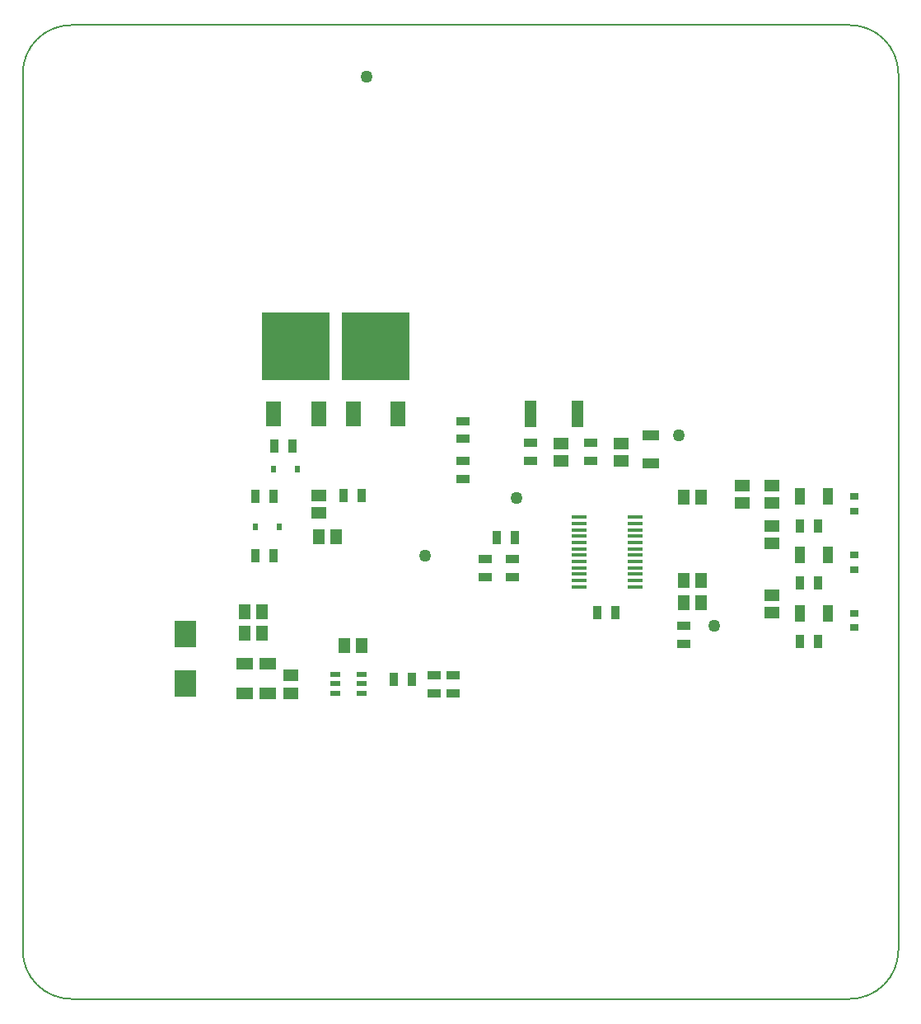
<source format=gtp>
G04*
G04 #@! TF.GenerationSoftware,Altium Limited,Altium Designer,21.1.1 (26)*
G04*
G04 Layer_Color=8421504*
%FSLAX25Y25*%
%MOIN*%
G70*
G04*
G04 #@! TF.SameCoordinates,5AD375DC-C50E-4051-8569-BF36B36DD858*
G04*
G04*
G04 #@! TF.FilePolarity,Positive*
G04*
G01*
G75*
%ADD13C,0.00591*%
%ADD16C,0.05000*%
%ADD17R,0.27559X0.27559*%
%ADD18R,0.05906X0.09843*%
%ADD19R,0.05315X0.03740*%
%ADD20R,0.03740X0.05315*%
%ADD21R,0.03543X0.02559*%
%ADD22R,0.05906X0.04724*%
%ADD23R,0.04724X0.05906*%
%ADD24R,0.08661X0.10630*%
G04:AMPARAMS|DCode=25|XSize=61.81mil|YSize=16.14mil|CornerRadius=2.02mil|HoleSize=0mil|Usage=FLASHONLY|Rotation=180.000|XOffset=0mil|YOffset=0mil|HoleType=Round|Shape=RoundedRectangle|*
%AMROUNDEDRECTD25*
21,1,0.06181,0.01211,0,0,180.0*
21,1,0.05778,0.01614,0,0,180.0*
1,1,0.00404,-0.02889,0.00605*
1,1,0.00404,0.02889,0.00605*
1,1,0.00404,0.02889,-0.00605*
1,1,0.00404,-0.02889,-0.00605*
%
%ADD25ROUNDEDRECTD25*%
%ADD26R,0.04134X0.06693*%
%ADD27R,0.05118X0.11024*%
%ADD28R,0.06693X0.04134*%
%ADD29R,0.02205X0.02717*%
%ADD30R,0.04331X0.02362*%
%ADD31R,0.07087X0.04528*%
D13*
X354331Y374016D02*
G03*
X334646Y393701I-19685J0D01*
G01*
Y0D02*
G03*
X354331Y19685I0J19685D01*
G01*
X19685Y393701D02*
G03*
X0Y374016I0J-19685D01*
G01*
X0Y19685D02*
G03*
X19685Y0I19685J0D01*
G01*
X354331Y19685D02*
Y374016D01*
X19685Y0D02*
X334646D01*
X0Y19685D02*
Y374016D01*
X19685Y393701D02*
X334646D01*
D16*
X279921Y150689D02*
D03*
X162927Y179232D02*
D03*
X265526Y227854D02*
D03*
X199682Y202658D02*
D03*
X139115Y372835D02*
D03*
D17*
X142913Y263779D02*
D03*
X110630D02*
D03*
D18*
X133858Y236614D02*
D03*
X151969D02*
D03*
X119685D02*
D03*
X101575D02*
D03*
D19*
X166382Y123622D02*
D03*
Y130905D02*
D03*
X187303Y170669D02*
D03*
Y177953D02*
D03*
X198327D02*
D03*
Y170669D02*
D03*
X267538Y143514D02*
D03*
X267538Y150798D02*
D03*
X229906Y224698D02*
D03*
Y217414D02*
D03*
X178285Y217414D02*
D03*
Y210131D02*
D03*
Y233661D02*
D03*
X178285Y226378D02*
D03*
X205629Y224698D02*
D03*
Y217414D02*
D03*
X174059Y130905D02*
D03*
Y123622D02*
D03*
D20*
X150197Y129232D02*
D03*
X157480D02*
D03*
X191929Y186614D02*
D03*
X199213D02*
D03*
X239862Y156309D02*
D03*
X232579D02*
D03*
X321763Y191142D02*
D03*
X314479D02*
D03*
X321763Y168012D02*
D03*
X314479D02*
D03*
X94291Y179134D02*
D03*
X101575Y179134D02*
D03*
X129864Y203665D02*
D03*
X137147Y203665D02*
D03*
X101575Y203046D02*
D03*
X94291D02*
D03*
X321763Y144390D02*
D03*
X314479Y144390D02*
D03*
X101870Y223622D02*
D03*
X109153D02*
D03*
D21*
X336527Y203150D02*
D03*
Y197244D02*
D03*
Y179527D02*
D03*
Y173622D02*
D03*
Y156004D02*
D03*
Y150098D02*
D03*
D22*
X108401Y123622D02*
D03*
Y130709D02*
D03*
X119685Y203665D02*
D03*
Y196578D02*
D03*
X291054Y207480D02*
D03*
Y200394D02*
D03*
X303062Y207480D02*
D03*
Y200394D02*
D03*
X217697Y224501D02*
D03*
Y217414D02*
D03*
X242217Y224501D02*
D03*
Y217414D02*
D03*
X303062Y191142D02*
D03*
Y184055D02*
D03*
Y163287D02*
D03*
Y156201D02*
D03*
D23*
X96755Y156494D02*
D03*
X89668D02*
D03*
X96755Y147933D02*
D03*
X89668D02*
D03*
X130118Y142900D02*
D03*
X137205D02*
D03*
X119685Y186702D02*
D03*
X126772D02*
D03*
X267545Y202795D02*
D03*
X274632D02*
D03*
X267538Y160070D02*
D03*
X274624D02*
D03*
Y169193D02*
D03*
X267538D02*
D03*
D24*
X65796Y147441D02*
D03*
Y127362D02*
D03*
D25*
X225315Y166634D02*
D03*
Y169193D02*
D03*
Y171752D02*
D03*
Y174311D02*
D03*
Y176870D02*
D03*
Y179429D02*
D03*
Y181988D02*
D03*
Y184547D02*
D03*
Y187106D02*
D03*
Y189665D02*
D03*
Y192224D02*
D03*
Y194783D02*
D03*
X247913D02*
D03*
Y192224D02*
D03*
Y189665D02*
D03*
Y187106D02*
D03*
Y184547D02*
D03*
Y181988D02*
D03*
Y179429D02*
D03*
Y176870D02*
D03*
Y174311D02*
D03*
Y171752D02*
D03*
Y169193D02*
D03*
Y166634D02*
D03*
D26*
X314479Y156004D02*
D03*
X325700D02*
D03*
X314479Y179527D02*
D03*
X325700D02*
D03*
X314479Y203150D02*
D03*
X325700D02*
D03*
D27*
X205629Y236614D02*
D03*
X224526D02*
D03*
D28*
X254035Y216633D02*
D03*
Y227854D02*
D03*
D29*
X94291Y190795D02*
D03*
X103898D02*
D03*
X101496Y214173D02*
D03*
X111102D02*
D03*
D30*
X137205Y131102D02*
D03*
Y127362D02*
D03*
Y123622D02*
D03*
X126575D02*
D03*
Y127362D02*
D03*
Y131102D02*
D03*
D31*
X99289Y123622D02*
D03*
Y135433D02*
D03*
X89668Y123622D02*
D03*
Y135433D02*
D03*
M02*

</source>
